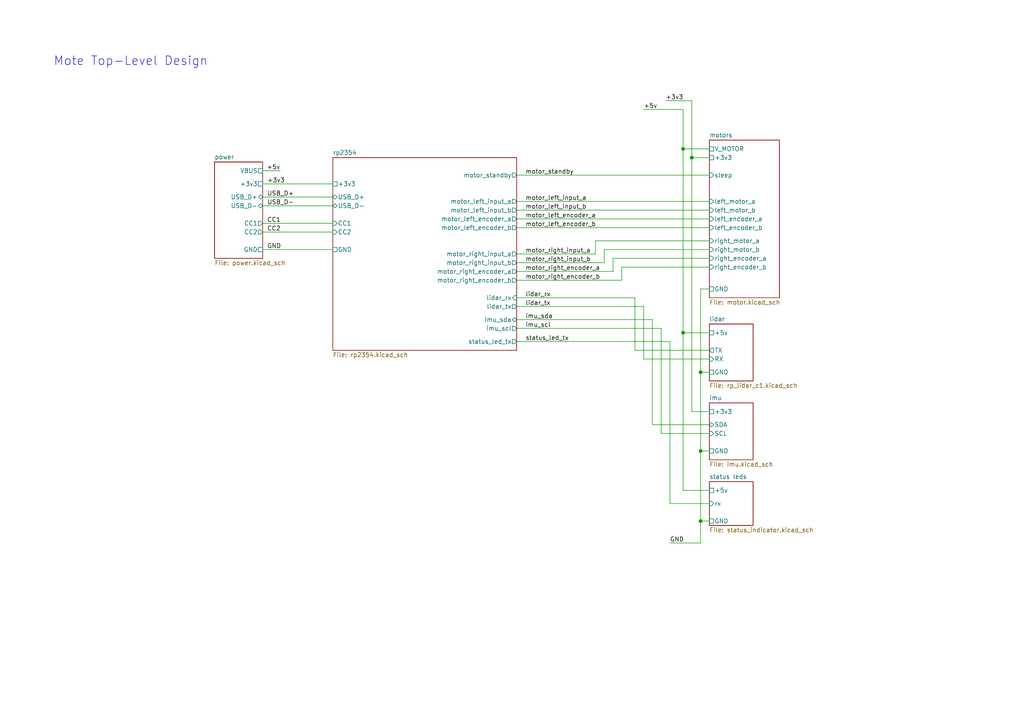
<source format=kicad_sch>
(kicad_sch
	(version 20250114)
	(generator "eeschema")
	(generator_version "9.0")
	(uuid "94683f5c-9cd9-448e-be96-9792537b5cb8")
	(paper "A4")
	(title_block
		(title "Mote")
		(date "2025-12-30")
		(rev "V0.0.0")
		(company "github.com/usedhondacivic/mote")
	)
	(lib_symbols)
	(text "Mote Top-Level Design"
		(exclude_from_sim no)
		(at 15.494 19.304 0)
		(effects
			(font
				(size 2.54 2.54)
			)
			(justify left bottom)
		)
		(uuid "ac8a33ed-4a16-41ad-94c0-4abc6e74e99e")
	)
	(junction
		(at 203.2 151.13)
		(diameter 0)
		(color 0 0 0 0)
		(uuid "0f90ac2e-715b-4df6-bf8e-74497384e8ee")
	)
	(junction
		(at 198.12 96.52)
		(diameter 0)
		(color 0 0 0 0)
		(uuid "2f187b48-37ae-4e3a-ab58-7ba66db9722f")
	)
	(junction
		(at 200.66 45.72)
		(diameter 0)
		(color 0 0 0 0)
		(uuid "c31a2c35-ae2a-4836-9c2c-e9878951d4bc")
	)
	(junction
		(at 203.2 107.95)
		(diameter 0)
		(color 0 0 0 0)
		(uuid "d14a8aea-507e-42e1-9a2d-d82f86941a69")
	)
	(junction
		(at 198.12 43.18)
		(diameter 0)
		(color 0 0 0 0)
		(uuid "dfdfe2b5-53a1-4176-9f49-0c24666f756c")
	)
	(junction
		(at 203.2 130.81)
		(diameter 0)
		(color 0 0 0 0)
		(uuid "ef23928c-9fb0-456d-b72b-c7d5df27f0da")
	)
	(wire
		(pts
			(xy 200.66 45.72) (xy 200.66 29.21)
		)
		(stroke
			(width 0)
			(type default)
		)
		(uuid "00346486-efc7-4b0d-b871-d4b08842a499")
	)
	(wire
		(pts
			(xy 198.12 43.18) (xy 205.74 43.18)
		)
		(stroke
			(width 0)
			(type default)
		)
		(uuid "016a2b4c-8562-4134-b0eb-4c326e8aea94")
	)
	(wire
		(pts
			(xy 175.26 72.39) (xy 205.74 72.39)
		)
		(stroke
			(width 0)
			(type default)
		)
		(uuid "02b28a7b-c0d0-473a-af0f-5b498b74ec1f")
	)
	(wire
		(pts
			(xy 180.34 77.47) (xy 205.74 77.47)
		)
		(stroke
			(width 0)
			(type default)
		)
		(uuid "0c0a4734-34ed-4cb7-9368-e709e9eae114")
	)
	(wire
		(pts
			(xy 205.74 119.38) (xy 200.66 119.38)
		)
		(stroke
			(width 0)
			(type default)
		)
		(uuid "0ef109fb-d2c9-4063-a2fc-2bf5fdfe172b")
	)
	(wire
		(pts
			(xy 189.23 123.19) (xy 205.74 123.19)
		)
		(stroke
			(width 0)
			(type default)
		)
		(uuid "1acefebc-2dcc-4dee-85c9-5288cd82123d")
	)
	(wire
		(pts
			(xy 149.86 86.36) (xy 184.15 86.36)
		)
		(stroke
			(width 0)
			(type default)
		)
		(uuid "1ce70869-be69-4e64-bc63-c186158d9dc0")
	)
	(wire
		(pts
			(xy 149.86 76.2) (xy 175.26 76.2)
		)
		(stroke
			(width 0)
			(type default)
		)
		(uuid "1f475de5-f461-4b9c-85a2-0a8830e018c5")
	)
	(wire
		(pts
			(xy 76.2 57.15) (xy 96.52 57.15)
		)
		(stroke
			(width 0)
			(type default)
		)
		(uuid "2bc15072-49e9-4677-bb07-6ca7a8ce0de3")
	)
	(wire
		(pts
			(xy 149.86 66.04) (xy 205.74 66.04)
		)
		(stroke
			(width 0)
			(type default)
		)
		(uuid "2db3aa26-5b54-4eaf-962f-7b253780a352")
	)
	(wire
		(pts
			(xy 172.72 69.85) (xy 205.74 69.85)
		)
		(stroke
			(width 0)
			(type default)
		)
		(uuid "314842cb-d402-4b32-b5c5-c16ffeeaa95d")
	)
	(wire
		(pts
			(xy 149.86 60.96) (xy 205.74 60.96)
		)
		(stroke
			(width 0)
			(type default)
		)
		(uuid "3277ffd7-3b25-4c73-bf09-1db216edaa5d")
	)
	(wire
		(pts
			(xy 76.2 64.77) (xy 96.52 64.77)
		)
		(stroke
			(width 0)
			(type default)
		)
		(uuid "33daa19b-f9e6-4f45-8184-e7e397f035c2")
	)
	(wire
		(pts
			(xy 175.26 76.2) (xy 175.26 72.39)
		)
		(stroke
			(width 0)
			(type default)
		)
		(uuid "47e9ed6c-bfee-45cc-bf0b-dbf62abf748f")
	)
	(wire
		(pts
			(xy 203.2 107.95) (xy 205.74 107.95)
		)
		(stroke
			(width 0)
			(type default)
		)
		(uuid "4ba48296-7154-46b7-9c13-e74137eaf398")
	)
	(wire
		(pts
			(xy 198.12 31.75) (xy 198.12 43.18)
		)
		(stroke
			(width 0)
			(type default)
		)
		(uuid "4bbba8e8-6494-4bc2-b3fd-e709ecd6667b")
	)
	(wire
		(pts
			(xy 198.12 31.75) (xy 186.69 31.75)
		)
		(stroke
			(width 0)
			(type default)
		)
		(uuid "5038abc9-a8bd-402a-af80-1433d4b335a8")
	)
	(wire
		(pts
			(xy 149.86 58.42) (xy 205.74 58.42)
		)
		(stroke
			(width 0)
			(type default)
		)
		(uuid "5177f934-cf07-49ac-8a4c-e9aa8edafe57")
	)
	(wire
		(pts
			(xy 194.31 146.05) (xy 205.74 146.05)
		)
		(stroke
			(width 0)
			(type default)
		)
		(uuid "51a9b4ae-61bd-46f8-99d1-c250d2403d57")
	)
	(wire
		(pts
			(xy 149.86 63.5) (xy 205.74 63.5)
		)
		(stroke
			(width 0)
			(type default)
		)
		(uuid "5654ea23-dc0b-4182-b41c-baaf1c19410c")
	)
	(wire
		(pts
			(xy 203.2 83.82) (xy 203.2 107.95)
		)
		(stroke
			(width 0)
			(type default)
		)
		(uuid "5fa85b34-025b-4738-a99a-7fd34a1dbcec")
	)
	(wire
		(pts
			(xy 186.69 104.14) (xy 205.74 104.14)
		)
		(stroke
			(width 0)
			(type default)
		)
		(uuid "60c1f853-dda3-4750-b376-a5e396d63b52")
	)
	(wire
		(pts
			(xy 203.2 130.81) (xy 205.74 130.81)
		)
		(stroke
			(width 0)
			(type default)
		)
		(uuid "61fa5d74-396b-4165-90fe-92010f8284aa")
	)
	(wire
		(pts
			(xy 200.66 45.72) (xy 205.74 45.72)
		)
		(stroke
			(width 0)
			(type default)
		)
		(uuid "6be524f4-c2eb-4cad-a5c5-bc070fe9bee6")
	)
	(wire
		(pts
			(xy 200.66 29.21) (xy 193.04 29.21)
		)
		(stroke
			(width 0)
			(type default)
		)
		(uuid "704711b5-14dd-4c31-9de9-806757addf11")
	)
	(wire
		(pts
			(xy 189.23 92.71) (xy 189.23 123.19)
		)
		(stroke
			(width 0)
			(type default)
		)
		(uuid "75b53725-c03d-4ed6-b8cc-58df1a87be9f")
	)
	(wire
		(pts
			(xy 149.86 73.66) (xy 172.72 73.66)
		)
		(stroke
			(width 0)
			(type default)
		)
		(uuid "7fc60e05-4b2b-4f22-8c26-283d86b52df1")
	)
	(wire
		(pts
			(xy 76.2 67.31) (xy 96.52 67.31)
		)
		(stroke
			(width 0)
			(type default)
		)
		(uuid "8664f398-9d35-4c00-9839-28f0fc408bb9")
	)
	(wire
		(pts
			(xy 198.12 96.52) (xy 198.12 142.24)
		)
		(stroke
			(width 0)
			(type default)
		)
		(uuid "87f9a03f-459f-4553-94db-7daa9a0bffff")
	)
	(wire
		(pts
			(xy 194.31 99.06) (xy 194.31 146.05)
		)
		(stroke
			(width 0)
			(type default)
		)
		(uuid "8ff37d5b-82fa-4eaf-bde4-0aa85a82d59d")
	)
	(wire
		(pts
			(xy 194.31 157.48) (xy 203.2 157.48)
		)
		(stroke
			(width 0)
			(type default)
		)
		(uuid "904f27ae-5da8-43c1-8dac-d1d3d359f196")
	)
	(wire
		(pts
			(xy 172.72 73.66) (xy 172.72 69.85)
		)
		(stroke
			(width 0)
			(type default)
		)
		(uuid "90701619-84fd-4f1a-acb9-0ff24d9c4cfb")
	)
	(wire
		(pts
			(xy 149.86 81.28) (xy 180.34 81.28)
		)
		(stroke
			(width 0)
			(type default)
		)
		(uuid "a7bd3481-3897-46ee-8004-7f46101f9441")
	)
	(wire
		(pts
			(xy 76.2 49.53) (xy 81.28 49.53)
		)
		(stroke
			(width 0)
			(type default)
		)
		(uuid "a8d9d660-8ec8-47f6-a5be-7041ee015264")
	)
	(wire
		(pts
			(xy 149.86 99.06) (xy 194.31 99.06)
		)
		(stroke
			(width 0)
			(type default)
		)
		(uuid "a92006c7-3f2c-4dc5-bf7e-ecc13c58f283")
	)
	(wire
		(pts
			(xy 149.86 92.71) (xy 189.23 92.71)
		)
		(stroke
			(width 0)
			(type default)
		)
		(uuid "ab25f443-a7a6-4147-a4f2-4a5eb3b5aed3")
	)
	(wire
		(pts
			(xy 184.15 101.6) (xy 205.74 101.6)
		)
		(stroke
			(width 0)
			(type default)
		)
		(uuid "acb1c129-c9be-4975-a11a-7d86cb068900")
	)
	(wire
		(pts
			(xy 149.86 88.9) (xy 186.69 88.9)
		)
		(stroke
			(width 0)
			(type default)
		)
		(uuid "adef6f53-9a44-4221-b6cb-3467a7fd52fd")
	)
	(wire
		(pts
			(xy 180.34 81.28) (xy 180.34 77.47)
		)
		(stroke
			(width 0)
			(type default)
		)
		(uuid "b1dfb7e9-5f98-42c3-a1a5-0373e606e75e")
	)
	(wire
		(pts
			(xy 203.2 130.81) (xy 203.2 151.13)
		)
		(stroke
			(width 0)
			(type default)
		)
		(uuid "b3107d4e-a809-40b1-bc73-f751f92d0e08")
	)
	(wire
		(pts
			(xy 149.86 78.74) (xy 177.8 78.74)
		)
		(stroke
			(width 0)
			(type default)
		)
		(uuid "b3bdbbf4-8997-41cc-9639-69a30154b9b5")
	)
	(wire
		(pts
			(xy 198.12 43.18) (xy 198.12 96.52)
		)
		(stroke
			(width 0)
			(type default)
		)
		(uuid "b6793cbd-9385-4ef3-8a43-5c9193bede26")
	)
	(wire
		(pts
			(xy 184.15 86.36) (xy 184.15 101.6)
		)
		(stroke
			(width 0)
			(type default)
		)
		(uuid "b97f74fc-25a9-4c01-91fc-6cb38c4558a5")
	)
	(wire
		(pts
			(xy 76.2 59.69) (xy 96.52 59.69)
		)
		(stroke
			(width 0)
			(type default)
		)
		(uuid "ba3e9a34-67fa-451e-bee2-82810f4064c6")
	)
	(wire
		(pts
			(xy 205.74 142.24) (xy 198.12 142.24)
		)
		(stroke
			(width 0)
			(type default)
		)
		(uuid "ba6e1b07-f674-4ff0-a34c-c72210b4c10d")
	)
	(wire
		(pts
			(xy 200.66 119.38) (xy 200.66 45.72)
		)
		(stroke
			(width 0)
			(type default)
		)
		(uuid "bc23f902-f993-4748-8077-aeaaa47dfa0c")
	)
	(wire
		(pts
			(xy 177.8 74.93) (xy 205.74 74.93)
		)
		(stroke
			(width 0)
			(type default)
		)
		(uuid "c8c34823-8d3f-4254-96a1-6efbed4de972")
	)
	(wire
		(pts
			(xy 203.2 151.13) (xy 203.2 157.48)
		)
		(stroke
			(width 0)
			(type default)
		)
		(uuid "cae27945-7025-4e0f-9c5b-23d7509f8d0e")
	)
	(wire
		(pts
			(xy 203.2 151.13) (xy 205.74 151.13)
		)
		(stroke
			(width 0)
			(type default)
		)
		(uuid "cc7cb1f5-b01d-432f-b41a-d19a2278ebc6")
	)
	(wire
		(pts
			(xy 76.2 53.34) (xy 96.52 53.34)
		)
		(stroke
			(width 0)
			(type default)
		)
		(uuid "cdb91a4e-bbf0-48e1-8a9c-e01b83efdf35")
	)
	(wire
		(pts
			(xy 177.8 78.74) (xy 177.8 74.93)
		)
		(stroke
			(width 0)
			(type default)
		)
		(uuid "da597503-6add-405d-ae93-ead16ac4b115")
	)
	(wire
		(pts
			(xy 76.2 72.39) (xy 96.52 72.39)
		)
		(stroke
			(width 0)
			(type default)
		)
		(uuid "e137ff32-690a-4dee-b601-fd3f1cd42d2e")
	)
	(wire
		(pts
			(xy 203.2 83.82) (xy 205.74 83.82)
		)
		(stroke
			(width 0)
			(type default)
		)
		(uuid "e3af1da2-5cb6-4708-84ba-8f8eaf66fe34")
	)
	(wire
		(pts
			(xy 203.2 107.95) (xy 203.2 130.81)
		)
		(stroke
			(width 0)
			(type default)
		)
		(uuid "e3db6586-6583-454b-8a73-934e86a34506")
	)
	(wire
		(pts
			(xy 191.77 125.73) (xy 205.74 125.73)
		)
		(stroke
			(width 0)
			(type default)
		)
		(uuid "e71dd410-92bd-4a66-93f1-12951292385a")
	)
	(wire
		(pts
			(xy 205.74 96.52) (xy 198.12 96.52)
		)
		(stroke
			(width 0)
			(type default)
		)
		(uuid "ebaf3840-2807-425c-b273-a6c216a70ed4")
	)
	(wire
		(pts
			(xy 149.86 95.25) (xy 191.77 95.25)
		)
		(stroke
			(width 0)
			(type default)
		)
		(uuid "f175e03d-f9b9-4d15-b51b-c6a4f8fcd24a")
	)
	(wire
		(pts
			(xy 191.77 95.25) (xy 191.77 125.73)
		)
		(stroke
			(width 0)
			(type default)
		)
		(uuid "f78917cd-dfbe-4967-82ff-86b17e1afc3d")
	)
	(wire
		(pts
			(xy 186.69 88.9) (xy 186.69 104.14)
		)
		(stroke
			(width 0)
			(type default)
		)
		(uuid "fa0baaf0-7927-4339-99bc-ccc8b39a2343")
	)
	(wire
		(pts
			(xy 149.86 50.8) (xy 205.74 50.8)
		)
		(stroke
			(width 0)
			(type default)
		)
		(uuid "fc660655-db38-4269-9b37-1b2218cfe1c6")
	)
	(label "motor_right_encoder_a"
		(at 152.4 78.74 0)
		(effects
			(font
				(size 1.27 1.27)
			)
			(justify left bottom)
		)
		(uuid "049ed566-da76-4be2-9882-990bad6c6f53")
	)
	(label "CC2"
		(at 77.47 67.31 0)
		(effects
			(font
				(size 1.27 1.27)
			)
			(justify left bottom)
		)
		(uuid "068759da-30fe-48b9-964e-d2ee8c3693a2")
	)
	(label "status_led_tx"
		(at 152.4 99.06 0)
		(effects
			(font
				(size 1.27 1.27)
			)
			(justify left bottom)
		)
		(uuid "07aec3a6-39d0-4c67-ab38-d9208f391bb2")
	)
	(label "+3v3"
		(at 77.47 53.34 0)
		(effects
			(font
				(size 1.27 1.27)
			)
			(justify left bottom)
		)
		(uuid "0f0e19b1-d521-4e6b-964a-5dd0891b6bbd")
	)
	(label "USB_D+"
		(at 77.47 57.15 0)
		(effects
			(font
				(size 1.27 1.27)
			)
			(justify left bottom)
		)
		(uuid "1abd3db3-b820-4db4-8945-02c76cf0ae0d")
	)
	(label "motor_right_input_b"
		(at 152.4 76.2 0)
		(effects
			(font
				(size 1.27 1.27)
			)
			(justify left bottom)
		)
		(uuid "244e8f11-405c-4643-a033-56dddb65d61c")
	)
	(label "motor_right_input_a"
		(at 152.4 73.66 0)
		(effects
			(font
				(size 1.27 1.27)
			)
			(justify left bottom)
		)
		(uuid "2bf15c25-c1d4-4610-844a-d79c877e7795")
	)
	(label "imu_scl"
		(at 152.4 95.25 0)
		(effects
			(font
				(size 1.27 1.27)
			)
			(justify left bottom)
		)
		(uuid "382bd18d-88c6-453a-bdff-7213e8f6ce60")
	)
	(label "motor_left_input_b"
		(at 152.4 60.96 0)
		(effects
			(font
				(size 1.27 1.27)
			)
			(justify left bottom)
		)
		(uuid "4f38d99c-ee7a-49e9-9c92-d0d72a7060e6")
	)
	(label "CC1"
		(at 77.47 64.77 0)
		(effects
			(font
				(size 1.27 1.27)
			)
			(justify left bottom)
		)
		(uuid "642abb61-acd5-49e0-b241-94b20e227b91")
	)
	(label "+3v3"
		(at 193.04 29.21 0)
		(effects
			(font
				(size 1.27 1.27)
			)
			(justify left bottom)
		)
		(uuid "65e285ad-3abc-4ec9-94a5-0a2bc7a5d6cc")
	)
	(label "+5v"
		(at 81.28 49.53 180)
		(effects
			(font
				(size 1.27 1.27)
			)
			(justify right bottom)
		)
		(uuid "75b5048b-20cc-4b97-854e-ed8be7550cfb")
	)
	(label "motor_right_encoder_b"
		(at 152.4 81.28 0)
		(effects
			(font
				(size 1.27 1.27)
			)
			(justify left bottom)
		)
		(uuid "a8b1ab1f-fe6f-4cd9-9bf7-991c1dd77b1d")
	)
	(label "GND"
		(at 77.47 72.39 0)
		(effects
			(font
				(size 1.27 1.27)
			)
			(justify left bottom)
		)
		(uuid "cec0c3ea-c6fd-49f4-bcb1-93fee0bb0b4a")
	)
	(label "imu_sda"
		(at 152.4 92.71 0)
		(effects
			(font
				(size 1.27 1.27)
			)
			(justify left bottom)
		)
		(uuid "d62657f5-c126-4e29-b76c-c1736a7c8067")
	)
	(label "motor_standby"
		(at 152.4 50.8 0)
		(effects
			(font
				(size 1.27 1.27)
			)
			(justify left bottom)
		)
		(uuid "e29f94e5-3875-4273-bbf7-22e24a546f5b")
	)
	(label "+5v"
		(at 186.69 31.75 0)
		(effects
			(font
				(size 1.27 1.27)
			)
			(justify left bottom)
		)
		(uuid "e387e54e-0bc4-49aa-b307-26413b91cc1d")
	)
	(label "USB_D-"
		(at 77.47 59.69 0)
		(effects
			(font
				(size 1.27 1.27)
			)
			(justify left bottom)
		)
		(uuid "e4e9240c-6f25-4715-9020-fb2899a7e2fc")
	)
	(label "motor_left_encoder_a"
		(at 152.4 63.5 0)
		(effects
			(font
				(size 1.27 1.27)
			)
			(justify left bottom)
		)
		(uuid "eba47459-46b6-4e19-8278-1e7b76cee990")
	)
	(label "motor_left_encoder_b"
		(at 152.4 66.04 0)
		(effects
			(font
				(size 1.27 1.27)
			)
			(justify left bottom)
		)
		(uuid "f0ed04d4-4956-4e45-88df-de0304a7b32a")
	)
	(label "GND"
		(at 194.31 157.48 0)
		(effects
			(font
				(size 1.27 1.27)
			)
			(justify left bottom)
		)
		(uuid "f349be3c-3352-4e27-858a-5f62149b590b")
	)
	(label "motor_left_input_a"
		(at 152.4 58.42 0)
		(effects
			(font
				(size 1.27 1.27)
			)
			(justify left bottom)
		)
		(uuid "f53f0003-24e0-47bd-8d30-191bd627510b")
	)
	(label "lidar_tx"
		(at 152.4 88.9 0)
		(effects
			(font
				(size 1.27 1.27)
			)
			(justify left bottom)
		)
		(uuid "f7d5eedf-1e18-481d-9258-2d29947f6074")
	)
	(label "lidar_rx"
		(at 152.4 86.36 0)
		(effects
			(font
				(size 1.27 1.27)
			)
			(justify left bottom)
		)
		(uuid "ff39ea10-eb8d-4ab7-8421-b226d5292539")
	)
	(sheet
		(at 205.74 93.98)
		(size 12.7 16.51)
		(exclude_from_sim no)
		(in_bom yes)
		(on_board yes)
		(dnp no)
		(fields_autoplaced yes)
		(stroke
			(width 0.1524)
			(type solid)
		)
		(fill
			(color 0 0 0 0.0000)
		)
		(uuid "0a44614a-b30e-47eb-9b35-85ffdcfad2e9")
		(property "Sheetname" "lidar"
			(at 205.74 93.2684 0)
			(effects
				(font
					(size 1.27 1.27)
				)
				(justify left bottom)
			)
		)
		(property "Sheetfile" "rp_lidar_c1.kicad_sch"
			(at 205.74 111.0746 0)
			(effects
				(font
					(size 1.27 1.27)
				)
				(justify left top)
			)
		)
		(pin "RX" input
			(at 205.74 104.14 180)
			(uuid "1881288e-cbbc-4692-9e41-206a679171fc")
			(effects
				(font
					(size 1.27 1.27)
				)
				(justify left)
			)
		)
		(pin "GND" passive
			(at 205.74 107.95 180)
			(uuid "67d749ee-f31c-40cc-97cc-5500d7c22c97")
			(effects
				(font
					(size 1.27 1.27)
				)
				(justify left)
			)
		)
		(pin "TX" output
			(at 205.74 101.6 180)
			(uuid "1db107eb-d88f-4c8b-a083-4242c552d29a")
			(effects
				(font
					(size 1.27 1.27)
				)
				(justify left)
			)
		)
		(pin "+5v" passive
			(at 205.74 96.52 180)
			(uuid "ebc51245-6b4a-4a9b-adf5-9b5925883cf4")
			(effects
				(font
					(size 1.27 1.27)
				)
				(justify left)
			)
		)
		(instances
			(project "mote-hardware"
				(path "/94683f5c-9cd9-448e-be96-9792537b5cb8"
					(page "4")
				)
			)
		)
	)
	(sheet
		(at 205.74 40.64)
		(size 20.32 45.72)
		(exclude_from_sim no)
		(in_bom yes)
		(on_board yes)
		(dnp no)
		(fields_autoplaced yes)
		(stroke
			(width 0.1524)
			(type solid)
		)
		(fill
			(color 0 0 0 0.0000)
		)
		(uuid "332292ea-bd81-44ca-9f8d-1cb79fb18ef4")
		(property "Sheetname" "motors"
			(at 205.74 39.9284 0)
			(effects
				(font
					(size 1.27 1.27)
				)
				(justify left bottom)
			)
		)
		(property "Sheetfile" "motor.kicad_sch"
			(at 205.74 86.9446 0)
			(effects
				(font
					(size 1.27 1.27)
				)
				(justify left top)
			)
		)
		(pin "V_MOTOR" passive
			(at 205.74 43.18 180)
			(uuid "0255d1d6-8911-477d-995b-ff40f611e194")
			(effects
				(font
					(size 1.27 1.27)
				)
				(justify left)
			)
		)
		(pin "GND" passive
			(at 205.74 83.82 180)
			(uuid "9ad024d3-f0f3-4e3e-a4e2-1d0d1f8b7e87")
			(effects
				(font
					(size 1.27 1.27)
				)
				(justify left)
			)
		)
		(pin "right_motor_b" input
			(at 205.74 72.39 180)
			(uuid "86fa8d0c-b9c4-4edd-9474-2d7522830ca2")
			(effects
				(font
					(size 1.27 1.27)
				)
				(justify left)
			)
		)
		(pin "left_motor_b" input
			(at 205.74 60.96 180)
			(uuid "663f2895-46ac-4c02-81d2-c79608a7a791")
			(effects
				(font
					(size 1.27 1.27)
				)
				(justify left)
			)
		)
		(pin "sleep" input
			(at 205.74 50.8 180)
			(uuid "39f8ec58-1cdd-4e75-884e-7d093ae68368")
			(effects
				(font
					(size 1.27 1.27)
				)
				(justify left)
			)
		)
		(pin "left_motor_a" input
			(at 205.74 58.42 180)
			(uuid "1b04b0d9-1162-450b-ace3-d322a919cc93")
			(effects
				(font
					(size 1.27 1.27)
				)
				(justify left)
			)
		)
		(pin "right_motor_a" input
			(at 205.74 69.85 180)
			(uuid "f6d2e795-695b-435c-b7e3-8583b379544b")
			(effects
				(font
					(size 1.27 1.27)
				)
				(justify left)
			)
		)
		(pin "right_encoder_b" input
			(at 205.74 77.47 180)
			(uuid "203b71cd-cd48-427d-9322-f9a01bdff52e")
			(effects
				(font
					(size 1.27 1.27)
				)
				(justify left)
			)
		)
		(pin "left_encoder_b" input
			(at 205.74 66.04 180)
			(uuid "6ad8a768-286f-45fe-a1d6-450f05ad1de6")
			(effects
				(font
					(size 1.27 1.27)
				)
				(justify left)
			)
		)
		(pin "right_encoder_a" input
			(at 205.74 74.93 180)
			(uuid "a51b21e9-78d5-4a89-823a-ee18d1ade46a")
			(effects
				(font
					(size 1.27 1.27)
				)
				(justify left)
			)
		)
		(pin "left_encoder_a" input
			(at 205.74 63.5 180)
			(uuid "5f1893d6-e431-4a64-bc51-90ef0da0b766")
			(effects
				(font
					(size 1.27 1.27)
				)
				(justify left)
			)
		)
		(pin "+3v3" passive
			(at 205.74 45.72 180)
			(uuid "e9b0665b-6f72-42cb-90a7-bc60fe96b3e5")
			(effects
				(font
					(size 1.27 1.27)
				)
				(justify left)
			)
		)
		(instances
			(project "mote-hardware"
				(path "/94683f5c-9cd9-448e-be96-9792537b5cb8"
					(page "5")
				)
			)
		)
	)
	(sheet
		(at 96.52 45.72)
		(size 53.34 55.88)
		(exclude_from_sim no)
		(in_bom yes)
		(on_board yes)
		(dnp no)
		(fields_autoplaced yes)
		(stroke
			(width 0.1524)
			(type solid)
		)
		(fill
			(color 0 0 0 0.0000)
		)
		(uuid "8aa6d869-37ab-4fd7-8af1-9416ab877c54")
		(property "Sheetname" "rp2354"
			(at 96.52 45.0084 0)
			(effects
				(font
					(size 1.27 1.27)
				)
				(justify left bottom)
			)
		)
		(property "Sheetfile" "rp2354.kicad_sch"
			(at 96.52 102.1846 0)
			(effects
				(font
					(size 1.27 1.27)
				)
				(justify left top)
			)
		)
		(pin "motor_left_input_b" output
			(at 149.86 60.96 0)
			(uuid "67c18cb9-6248-4b16-bc37-6375bea731d1")
			(effects
				(font
					(size 1.27 1.27)
				)
				(justify right)
			)
		)
		(pin "motor_left_input_a" output
			(at 149.86 58.42 0)
			(uuid "c86f519d-2574-4c34-b47a-86c9f54d0179")
			(effects
				(font
					(size 1.27 1.27)
				)
				(justify right)
			)
		)
		(pin "motor_right_input_a" output
			(at 149.86 73.66 0)
			(uuid "db43164a-3d6a-4883-b225-3215839358d0")
			(effects
				(font
					(size 1.27 1.27)
				)
				(justify right)
			)
		)
		(pin "motor_right_input_b" output
			(at 149.86 76.2 0)
			(uuid "d96ab8c0-cb5e-492f-953d-bb256668d0cb")
			(effects
				(font
					(size 1.27 1.27)
				)
				(justify right)
			)
		)
		(pin "imu_scl" output
			(at 149.86 95.25 0)
			(uuid "3661d8c0-081c-4111-924e-221832aec812")
			(effects
				(font
					(size 1.27 1.27)
				)
				(justify right)
			)
		)
		(pin "lidar_rx" input
			(at 149.86 86.36 0)
			(uuid "58d1c933-4f69-4ac9-b7c0-665860867b7d")
			(effects
				(font
					(size 1.27 1.27)
				)
				(justify right)
			)
		)
		(pin "lidar_tx" output
			(at 149.86 88.9 0)
			(uuid "f597df01-5f7c-4034-8934-6d71b3fe1980")
			(effects
				(font
					(size 1.27 1.27)
				)
				(justify right)
			)
		)
		(pin "motor_standby" output
			(at 149.86 50.8 0)
			(uuid "055fc495-183c-4f81-83cc-b23e19773cc9")
			(effects
				(font
					(size 1.27 1.27)
				)
				(justify right)
			)
		)
		(pin "imu_sda" bidirectional
			(at 149.86 92.71 0)
			(uuid "fb02be6c-f6dc-48dc-b245-df696d95eec0")
			(effects
				(font
					(size 1.27 1.27)
				)
				(justify right)
			)
		)
		(pin "USB_D-" bidirectional
			(at 96.52 59.69 180)
			(uuid "1919ae6d-2432-47fc-8acc-6dc24c3bc89e")
			(effects
				(font
					(size 1.27 1.27)
				)
				(justify left)
			)
		)
		(pin "USB_D+" bidirectional
			(at 96.52 57.15 180)
			(uuid "087ffeb9-b615-4979-a6de-e79e83e4ed1a")
			(effects
				(font
					(size 1.27 1.27)
				)
				(justify left)
			)
		)
		(pin "status_led_tx" output
			(at 149.86 99.06 0)
			(uuid "dc6a4473-3dfe-4f47-a4ef-183efa7b4b8e")
			(effects
				(font
					(size 1.27 1.27)
				)
				(justify right)
			)
		)
		(pin "+3v3" passive
			(at 96.52 53.34 180)
			(uuid "c9e861de-fffa-47b8-9955-b3f59b036fb0")
			(effects
				(font
					(size 1.27 1.27)
				)
				(justify left)
			)
		)
		(pin "CC1" input
			(at 96.52 64.77 180)
			(uuid "834b7b03-0d4e-4b01-a150-fa117a0a97f2")
			(effects
				(font
					(size 1.27 1.27)
				)
				(justify left)
			)
		)
		(pin "CC2" input
			(at 96.52 67.31 180)
			(uuid "f2f685fa-ecc9-41c5-8a4a-1e40a06fa17a")
			(effects
				(font
					(size 1.27 1.27)
				)
				(justify left)
			)
		)
		(pin "GND" passive
			(at 96.52 72.39 180)
			(uuid "d3205ade-4897-4eb2-a3a9-40e56bc7dea5")
			(effects
				(font
					(size 1.27 1.27)
				)
				(justify left)
			)
		)
		(pin "motor_right_encoder_a" output
			(at 149.86 78.74 0)
			(uuid "905cc27a-7754-4806-a7e2-a9eea802dc7d")
			(effects
				(font
					(size 1.27 1.27)
				)
				(justify right)
			)
		)
		(pin "motor_right_encoder_b" output
			(at 149.86 81.28 0)
			(uuid "a73b0168-0967-4fe5-bead-1eeb276c1c1f")
			(effects
				(font
					(size 1.27 1.27)
				)
				(justify right)
			)
		)
		(pin "motor_left_encoder_b" output
			(at 149.86 66.04 0)
			(uuid "2681c443-75f7-4f76-9db3-813ef92ec4ce")
			(effects
				(font
					(size 1.27 1.27)
				)
				(justify right)
			)
		)
		(pin "motor_left_encoder_a" output
			(at 149.86 63.5 0)
			(uuid "c8a075f2-c46e-4ccc-bb1a-6617f819d3fc")
			(effects
				(font
					(size 1.27 1.27)
				)
				(justify right)
			)
		)
		(instances
			(project "mote-hardware"
				(path "/94683f5c-9cd9-448e-be96-9792537b5cb8"
					(page "2")
				)
			)
		)
	)
	(sheet
		(at 205.74 116.84)
		(size 12.7 16.51)
		(exclude_from_sim no)
		(in_bom yes)
		(on_board yes)
		(dnp no)
		(fields_autoplaced yes)
		(stroke
			(width 0.1524)
			(type solid)
		)
		(fill
			(color 0 0 0 0.0000)
		)
		(uuid "97d43094-bb78-40fc-8485-d44383017235")
		(property "Sheetname" "imu"
			(at 205.74 116.1284 0)
			(effects
				(font
					(size 1.27 1.27)
				)
				(justify left bottom)
			)
		)
		(property "Sheetfile" "imu.kicad_sch"
			(at 205.74 133.9346 0)
			(effects
				(font
					(size 1.27 1.27)
				)
				(justify left top)
			)
		)
		(pin "SCL" input
			(at 205.74 125.73 180)
			(uuid "774e4647-227f-4293-9b0e-ac382846df21")
			(effects
				(font
					(size 1.27 1.27)
				)
				(justify left)
			)
		)
		(pin "+3v3" passive
			(at 205.74 119.38 180)
			(uuid "5f6993e0-9846-4bb0-8e7f-277cd159ab97")
			(effects
				(font
					(size 1.27 1.27)
				)
				(justify left)
			)
		)
		(pin "SDA" bidirectional
			(at 205.74 123.19 180)
			(uuid "c8c3cba0-ed6d-4ade-afe9-65a5cf158418")
			(effects
				(font
					(size 1.27 1.27)
				)
				(justify left)
			)
		)
		(pin "GND" passive
			(at 205.74 130.81 180)
			(uuid "56698dcd-8cbe-4587-8637-de75b2a5384a")
			(effects
				(font
					(size 1.27 1.27)
				)
				(justify left)
			)
		)
		(instances
			(project "mote-hardware"
				(path "/94683f5c-9cd9-448e-be96-9792537b5cb8"
					(page "6")
				)
			)
		)
	)
	(sheet
		(at 62.23 46.99)
		(size 13.97 27.94)
		(exclude_from_sim no)
		(in_bom yes)
		(on_board yes)
		(dnp no)
		(fields_autoplaced yes)
		(stroke
			(width 0.1524)
			(type solid)
		)
		(fill
			(color 0 0 0 0.0000)
		)
		(uuid "b87252c5-15f5-4304-a4f0-d9bd6e688e51")
		(property "Sheetname" "power"
			(at 62.23 46.2784 0)
			(effects
				(font
					(size 1.27 1.27)
				)
				(justify left bottom)
			)
		)
		(property "Sheetfile" "power.kicad_sch"
			(at 62.23 75.5146 0)
			(effects
				(font
					(size 1.27 1.27)
				)
				(justify left top)
			)
		)
		(pin "GND" passive
			(at 76.2 72.39 0)
			(uuid "15022447-ec3c-4b20-89f7-2603965cc979")
			(effects
				(font
					(size 1.27 1.27)
				)
				(justify right)
			)
		)
		(pin "+3v3" passive
			(at 76.2 53.34 0)
			(uuid "95d57e42-9820-45ed-b30b-f939630d6d44")
			(effects
				(font
					(size 1.27 1.27)
				)
				(justify right)
			)
		)
		(pin "CC2" output
			(at 76.2 67.31 0)
			(uuid "ff5298b3-98e0-4763-b173-7cd92e0f4e2e")
			(effects
				(font
					(size 1.27 1.27)
				)
				(justify right)
			)
		)
		(pin "VBUS" passive
			(at 76.2 49.53 0)
			(uuid "f87c1c3f-26de-4884-aa95-0e99d53a8f49")
			(effects
				(font
					(size 1.27 1.27)
				)
				(justify right)
			)
		)
		(pin "USB_D+" bidirectional
			(at 76.2 57.15 0)
			(uuid "454f682a-1c6d-4307-b109-4202d7cf392d")
			(effects
				(font
					(size 1.27 1.27)
				)
				(justify right)
			)
		)
		(pin "USB_D-" bidirectional
			(at 76.2 59.69 0)
			(uuid "a4030b4b-13c8-4cb6-b9b0-ec4eb609dfe0")
			(effects
				(font
					(size 1.27 1.27)
				)
				(justify right)
			)
		)
		(pin "CC1" output
			(at 76.2 64.77 0)
			(uuid "b07f2609-8556-44f1-a53e-3b303f169ddc")
			(effects
				(font
					(size 1.27 1.27)
				)
				(justify right)
			)
		)
		(instances
			(project "mote-hardware"
				(path "/94683f5c-9cd9-448e-be96-9792537b5cb8"
					(page "3")
				)
			)
		)
	)
	(sheet
		(at 205.74 139.7)
		(size 12.7 12.7)
		(exclude_from_sim no)
		(in_bom yes)
		(on_board yes)
		(dnp no)
		(fields_autoplaced yes)
		(stroke
			(width 0.1524)
			(type solid)
		)
		(fill
			(color 0 0 0 0.0000)
		)
		(uuid "c3d2ef9a-e125-4132-97f6-2f850bbc3296")
		(property "Sheetname" "status leds"
			(at 205.74 138.9884 0)
			(effects
				(font
					(size 1.27 1.27)
				)
				(justify left bottom)
			)
		)
		(property "Sheetfile" "status_indicator.kicad_sch"
			(at 205.74 152.9846 0)
			(effects
				(font
					(size 1.27 1.27)
				)
				(justify left top)
			)
		)
		(pin "GND" passive
			(at 205.74 151.13 180)
			(uuid "c494d1bb-7c2d-4345-9829-54c84f14bc1b")
			(effects
				(font
					(size 1.27 1.27)
				)
				(justify left)
			)
		)
		(pin "+5v" passive
			(at 205.74 142.24 180)
			(uuid "80a79f93-c13f-4442-a98d-0f853b95b3f5")
			(effects
				(font
					(size 1.27 1.27)
				)
				(justify left)
			)
		)
		(pin "rx" input
			(at 205.74 146.05 180)
			(uuid "abe81828-4f67-43aa-9746-140c27cdc050")
			(effects
				(font
					(size 1.27 1.27)
				)
				(justify left)
			)
		)
		(instances
			(project "mote-hardware"
				(path "/94683f5c-9cd9-448e-be96-9792537b5cb8"
					(page "7")
				)
			)
		)
	)
	(sheet_instances
		(path "/"
			(page "1")
		)
	)
	(embedded_fonts no)
)

</source>
